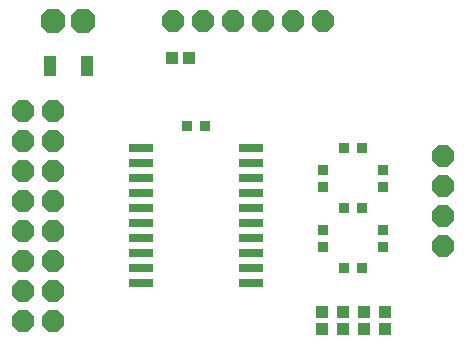
<source format=gts>
G04 EAGLE Gerber RS-274X export*
G75*
%MOMM*%
%FSLAX34Y34*%
%LPD*%
%INSoldermask Top*%
%IPPOS*%
%AMOC8*
5,1,8,0,0,1.08239X$1,22.5*%
G01*
%ADD10R,1.027000X1.727000*%
%ADD11R,0.927000X0.927000*%
%ADD12R,2.127000X0.727000*%
%ADD13P,2.061953X8X22.500000*%
%ADD14P,2.061953X8X112.500000*%
%ADD15P,2.226909X8X202.500000*%
%ADD16R,1.077000X1.077000*%


D10*
X41650Y260350D03*
X72650Y260350D03*
D11*
X172600Y209550D03*
X157600Y209550D03*
X290950Y139700D03*
X305950Y139700D03*
X273050Y106800D03*
X273050Y121800D03*
X323850Y121800D03*
X323850Y106800D03*
X290950Y88900D03*
X305950Y88900D03*
X305950Y190500D03*
X290950Y190500D03*
X273050Y157600D03*
X273050Y172600D03*
X323850Y172600D03*
X323850Y157600D03*
D12*
X118600Y139700D03*
X118600Y152400D03*
X118600Y165100D03*
X118600Y177800D03*
X118600Y190500D03*
X118600Y127000D03*
X118600Y114300D03*
X118600Y101600D03*
X118600Y88900D03*
X118600Y76200D03*
X211600Y127000D03*
X211600Y114300D03*
X211600Y101600D03*
X211600Y88900D03*
X211600Y76200D03*
X211600Y139700D03*
X211600Y152400D03*
X211600Y165100D03*
X211600Y177800D03*
X211600Y190500D03*
D13*
X196850Y298450D03*
X171450Y298450D03*
X146050Y298450D03*
X222250Y298450D03*
X247650Y298450D03*
X273050Y298450D03*
D14*
X374650Y133350D03*
X374650Y107950D03*
X374650Y158750D03*
X374650Y184150D03*
D15*
X44450Y298450D03*
X69850Y298450D03*
D14*
X44450Y120650D03*
X44450Y95250D03*
X44450Y69850D03*
X44450Y44450D03*
X44450Y146050D03*
X44450Y171450D03*
X44450Y196850D03*
X44450Y222250D03*
X19050Y120650D03*
X19050Y95250D03*
X19050Y69850D03*
X19050Y44450D03*
X19050Y146050D03*
X19050Y171450D03*
X19050Y196850D03*
X19050Y222250D03*
D16*
X159650Y266700D03*
X145150Y266700D03*
X325120Y51700D03*
X325120Y37200D03*
X271780Y37200D03*
X271780Y51700D03*
X307340Y51700D03*
X307340Y37200D03*
X289560Y37200D03*
X289560Y51700D03*
M02*

</source>
